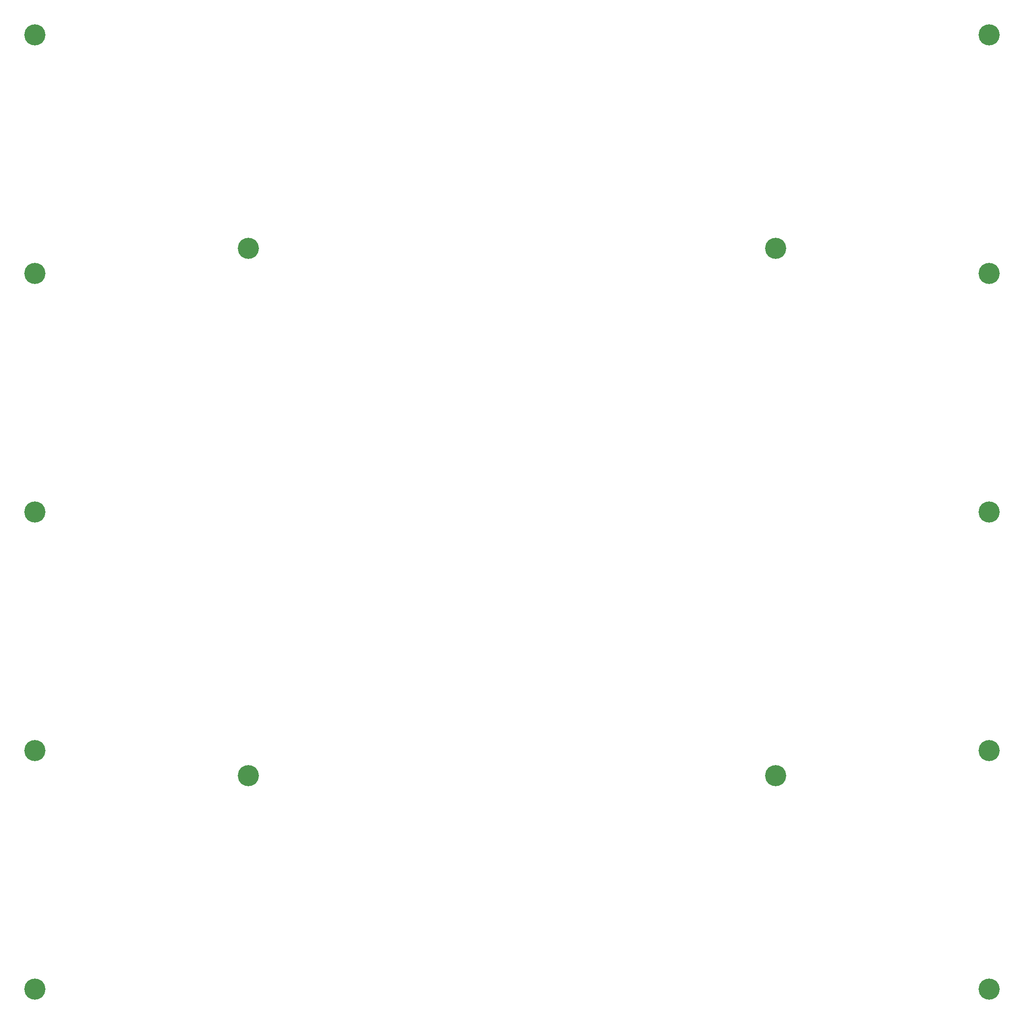
<source format=gbs>
G04*
G04 #@! TF.GenerationSoftware,Altium Limited,Altium Designer,25.7.1 (20)*
G04*
G04 Layer_Color=16711935*
%FSLAX44Y44*%
%MOMM*%
G71*
G04*
G04 #@! TF.SameCoordinates,5F069EC2-A6BB-4327-AE1D-0693668E6534*
G04*
G04*
G04 #@! TF.FilePolarity,Negative*
G04*
G01*
G75*
%ADD10C,4.2032*%
D10*
X950000Y-475000D02*
D03*
X-950000D02*
D03*
X-525000Y-525000D02*
D03*
X525000D02*
D03*
Y525000D02*
D03*
X-525000D02*
D03*
X-950000Y475000D02*
D03*
X950000D02*
D03*
Y0D02*
D03*
X-950000D02*
D03*
Y-950000D02*
D03*
X950000D02*
D03*
Y950000D02*
D03*
X-950000D02*
D03*
M02*

</source>
